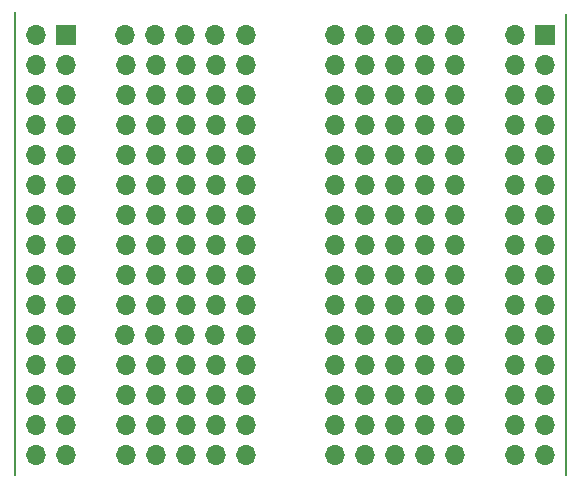
<source format=gbr>
%TF.GenerationSoftware,KiCad,Pcbnew,7.0.2*%
%TF.CreationDate,2024-01-29T20:47:06-05:00*%
%TF.ProjectId,dpx_perv_5x15,6470785f-7065-4727-965f-357831352e6b,rev?*%
%TF.SameCoordinates,Original*%
%TF.FileFunction,Soldermask,Top*%
%TF.FilePolarity,Negative*%
%FSLAX46Y46*%
G04 Gerber Fmt 4.6, Leading zero omitted, Abs format (unit mm)*
G04 Created by KiCad (PCBNEW 7.0.2) date 2024-01-29 20:47:06*
%MOMM*%
%LPD*%
G01*
G04 APERTURE LIST*
%ADD10C,0.150000*%
%ADD11R,1.700000X1.700000*%
%ADD12O,1.700000X1.700000*%
G04 APERTURE END LIST*
D10*
X88560000Y-70875000D02*
X88560000Y-31780000D01*
X41880000Y-31660000D02*
X41880000Y-70875000D01*
D11*
%TO.C,J1*%
X46220000Y-33615000D03*
D12*
X43680000Y-33615000D03*
X46220000Y-36155000D03*
X43680000Y-36155000D03*
X46220000Y-38695000D03*
X43680000Y-38695000D03*
X46220000Y-41235000D03*
X43680000Y-41235000D03*
X46220000Y-43775000D03*
X43680000Y-43775000D03*
X46220000Y-46315000D03*
X43680000Y-46315000D03*
X46220000Y-48855000D03*
X43680000Y-48855000D03*
X46220000Y-51395000D03*
X43680000Y-51395000D03*
X46220000Y-53935000D03*
X43680000Y-53935000D03*
X46220000Y-56475000D03*
X43680000Y-56475000D03*
X46220000Y-59015000D03*
X43680000Y-59015000D03*
X46220000Y-61555000D03*
X43680000Y-61555000D03*
X46220000Y-64095000D03*
X43680000Y-64095000D03*
X46220000Y-66635000D03*
X43680000Y-66635000D03*
X46220000Y-69175000D03*
X43680000Y-69175000D03*
%TD*%
D11*
%TO.C,J2*%
X86770000Y-33615000D03*
D12*
X84230000Y-33615000D03*
X86770000Y-36155000D03*
X84230000Y-36155000D03*
X86770000Y-38695000D03*
X84230000Y-38695000D03*
X86770000Y-41235000D03*
X84230000Y-41235000D03*
X86770000Y-43775000D03*
X84230000Y-43775000D03*
X86770000Y-46315000D03*
X84230000Y-46315000D03*
X86770000Y-48855000D03*
X84230000Y-48855000D03*
X86770000Y-51395000D03*
X84230000Y-51395000D03*
X86770000Y-53935000D03*
X84230000Y-53935000D03*
X86770000Y-56475000D03*
X84230000Y-56475000D03*
X86770000Y-59015000D03*
X84230000Y-59015000D03*
X86770000Y-61555000D03*
X84230000Y-61555000D03*
X86770000Y-64095000D03*
X84230000Y-64095000D03*
X86770000Y-66635000D03*
X84230000Y-66635000D03*
X86770000Y-69175000D03*
X84230000Y-69175000D03*
%TD*%
%TO.C,U2*%
X79195000Y-46310000D03*
X76655000Y-46310000D03*
X74115000Y-46310000D03*
X71575000Y-46310000D03*
X69035000Y-46310000D03*
X61435000Y-46310000D03*
X79195000Y-48850000D03*
X76655000Y-48850000D03*
X74115000Y-48850000D03*
X71575000Y-48850000D03*
X69035000Y-48850000D03*
X61435000Y-48850000D03*
X58895000Y-48850000D03*
X58885000Y-46310000D03*
X56355000Y-48850000D03*
X56345000Y-46310000D03*
X53815000Y-48850000D03*
X53805000Y-46310000D03*
X51275000Y-48850000D03*
X51265000Y-46310000D03*
X79195000Y-51390000D03*
X76655000Y-51390000D03*
X74115000Y-51390000D03*
X71575000Y-51390000D03*
X69035000Y-51390000D03*
X61435000Y-51390000D03*
X58895000Y-51390000D03*
X56355000Y-51390000D03*
X53815000Y-51390000D03*
X51275000Y-51390000D03*
X79195000Y-53930000D03*
X76655000Y-53930000D03*
X74115000Y-53930000D03*
X71575000Y-53930000D03*
X69035000Y-53930000D03*
X61435000Y-53930000D03*
X58895000Y-53930000D03*
X56355000Y-53930000D03*
X53815000Y-53930000D03*
X51275000Y-53930000D03*
X79195000Y-56470000D03*
X76655000Y-56470000D03*
X74115000Y-56470000D03*
X71575000Y-56470000D03*
X69035000Y-56470000D03*
X61435000Y-56470000D03*
X58895000Y-56470000D03*
X56355000Y-56470000D03*
X53815000Y-56470000D03*
X51275000Y-56470000D03*
%TD*%
%TO.C,U1*%
X79180000Y-33615000D03*
X76640000Y-33615000D03*
X74100000Y-33615000D03*
X71560000Y-33615000D03*
X69020000Y-33615000D03*
X61420000Y-33615000D03*
X79180000Y-36155000D03*
X76640000Y-36155000D03*
X74100000Y-36155000D03*
X71560000Y-36155000D03*
X69020000Y-36155000D03*
X61420000Y-36155000D03*
X58880000Y-36155000D03*
X58870000Y-33615000D03*
X56340000Y-36155000D03*
X56330000Y-33615000D03*
X53800000Y-36155000D03*
X53790000Y-33615000D03*
X51260000Y-36155000D03*
X51250000Y-33615000D03*
X79180000Y-38695000D03*
X76640000Y-38695000D03*
X74100000Y-38695000D03*
X71560000Y-38695000D03*
X69020000Y-38695000D03*
X61420000Y-38695000D03*
X58880000Y-38695000D03*
X56340000Y-38695000D03*
X53800000Y-38695000D03*
X51260000Y-38695000D03*
X79180000Y-41235000D03*
X76640000Y-41235000D03*
X74100000Y-41235000D03*
X71560000Y-41235000D03*
X69020000Y-41235000D03*
X61420000Y-41235000D03*
X58880000Y-41235000D03*
X56340000Y-41235000D03*
X53800000Y-41235000D03*
X51260000Y-41235000D03*
X79180000Y-43775000D03*
X76640000Y-43775000D03*
X74100000Y-43775000D03*
X71560000Y-43775000D03*
X69020000Y-43775000D03*
X61420000Y-43775000D03*
X58880000Y-43775000D03*
X56340000Y-43775000D03*
X53800000Y-43775000D03*
X51260000Y-43775000D03*
%TD*%
%TO.C,U3*%
X79185000Y-59020000D03*
X76645000Y-59020000D03*
X74105000Y-59020000D03*
X71565000Y-59020000D03*
X69025000Y-59020000D03*
X61425000Y-59020000D03*
X79185000Y-61560000D03*
X76645000Y-61560000D03*
X74105000Y-61560000D03*
X71565000Y-61560000D03*
X69025000Y-61560000D03*
X61425000Y-61560000D03*
X58885000Y-61560000D03*
X58875000Y-59020000D03*
X56345000Y-61560000D03*
X56335000Y-59020000D03*
X53805000Y-61560000D03*
X53795000Y-59020000D03*
X51265000Y-61560000D03*
X51255000Y-59020000D03*
X79185000Y-64100000D03*
X76645000Y-64100000D03*
X74105000Y-64100000D03*
X71565000Y-64100000D03*
X69025000Y-64100000D03*
X61425000Y-64100000D03*
X58885000Y-64100000D03*
X56345000Y-64100000D03*
X53805000Y-64100000D03*
X51265000Y-64100000D03*
X79185000Y-66640000D03*
X76645000Y-66640000D03*
X74105000Y-66640000D03*
X71565000Y-66640000D03*
X69025000Y-66640000D03*
X61425000Y-66640000D03*
X58885000Y-66640000D03*
X56345000Y-66640000D03*
X53805000Y-66640000D03*
X51265000Y-66640000D03*
X79185000Y-69180000D03*
X76645000Y-69180000D03*
X74105000Y-69180000D03*
X71565000Y-69180000D03*
X69025000Y-69180000D03*
X61425000Y-69180000D03*
X58885000Y-69180000D03*
X56345000Y-69180000D03*
X53805000Y-69180000D03*
X51265000Y-69180000D03*
%TD*%
M02*

</source>
